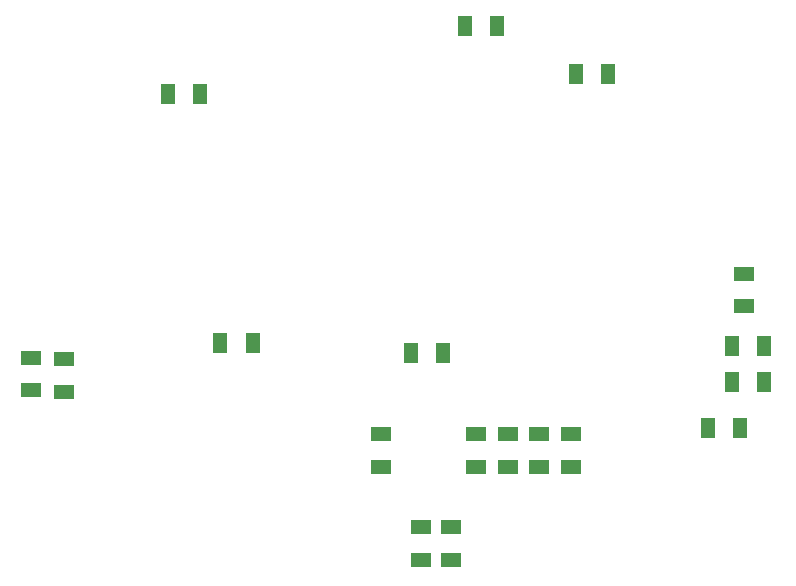
<source format=gbp>
G04*
G04 #@! TF.GenerationSoftware,Altium Limited,Altium Designer,23.6.0 (18)*
G04*
G04 Layer_Color=128*
%FSLAX44Y44*%
%MOMM*%
G71*
G04*
G04 #@! TF.SameCoordinates,D83645A9-EAB1-4845-A107-50581717B435*
G04*
G04*
G04 #@! TF.FilePolarity,Positive*
G04*
G01*
G75*
G04:AMPARAMS|DCode=61|XSize=1.25mm|YSize=1.75mm|CornerRadius=0.0625mm|HoleSize=0mm|Usage=FLASHONLY|Rotation=90.000|XOffset=0mm|YOffset=0mm|HoleType=Round|Shape=RoundedRectangle|*
%AMROUNDEDRECTD61*
21,1,1.2500,1.6250,0,0,90.0*
21,1,1.1250,1.7500,0,0,90.0*
1,1,0.1250,0.8125,0.5625*
1,1,0.1250,0.8125,-0.5625*
1,1,0.1250,-0.8125,-0.5625*
1,1,0.1250,-0.8125,0.5625*
%
%ADD61ROUNDEDRECTD61*%
G04:AMPARAMS|DCode=62|XSize=1.25mm|YSize=1.75mm|CornerRadius=0.0625mm|HoleSize=0mm|Usage=FLASHONLY|Rotation=180.000|XOffset=0mm|YOffset=0mm|HoleType=Round|Shape=RoundedRectangle|*
%AMROUNDEDRECTD62*
21,1,1.2500,1.6250,0,0,180.0*
21,1,1.1250,1.7500,0,0,180.0*
1,1,0.1250,-0.5625,0.8125*
1,1,0.1250,0.5625,0.8125*
1,1,0.1250,0.5625,-0.8125*
1,1,0.1250,-0.5625,-0.8125*
%
%ADD62ROUNDEDRECTD62*%
D61*
X430530Y837980D02*
D03*
Y810480D02*
D03*
X458470Y836710D02*
D03*
Y809210D02*
D03*
X860848Y773210D02*
D03*
Y745710D02*
D03*
X760730Y694470D02*
D03*
Y666970D02*
D03*
X726440Y773210D02*
D03*
Y745710D02*
D03*
X887730D02*
D03*
Y773210D02*
D03*
X833966Y745710D02*
D03*
Y773210D02*
D03*
X807085Y745710D02*
D03*
Y773210D02*
D03*
X1033780Y881600D02*
D03*
Y909100D02*
D03*
X786130Y666970D02*
D03*
Y694470D02*
D03*
D62*
X1003520Y778510D02*
D03*
X1031020D02*
D03*
X1023840Y817880D02*
D03*
X1051340D02*
D03*
X752060Y842010D02*
D03*
X779560D02*
D03*
X618270Y850900D02*
D03*
X590770D02*
D03*
X1051340Y848360D02*
D03*
X1023840D02*
D03*
X797780Y1118870D02*
D03*
X825280D02*
D03*
X919260Y1078230D02*
D03*
X891760D02*
D03*
X546320Y1061720D02*
D03*
X573820D02*
D03*
M02*

</source>
